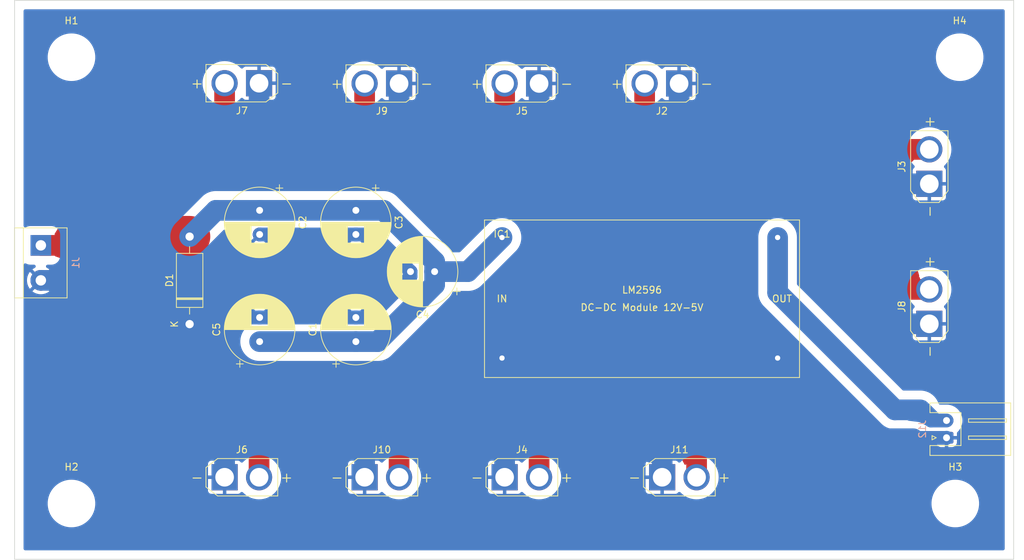
<source format=kicad_pcb>
(kicad_pcb (version 20240108) (generator "pcbnew") (generator_version "8.0")
  (title_block (title "ROV Power Distribution"))
  (layers (0 "F.Cu" signal) (31 "B.Cu" signal) (34 "B.Paste" user) (35 "F.Paste" user) (36 "B.SilkS" user "B.Silkscreen") (37 "F.SilkS" user "F.Silkscreen") (38 "B.Mask" user) (39 "F.Mask" user) (44 "Edge.Cuts" user))
  (net 0 "")
  (net 1 "12V")
  (net 2 "GND")
  (net 3 "Net-(IC1-Pad4)")
  (footprint "Connector_AMASS:AMASS_XT30U-M_1x02_P5.0mm_Vertical" (layer "F.Cu") (at 106.6 67.905 180)
    (property "Reference" "J7" (at 2.5 -4 0) (layer "F.SilkS"))
    (property "Value" "ESC TX30")
    (fp_text user "+" (at 9 0 0) (layer "F.SilkS") (effects (font (size 1.5 1.5))))
    (fp_text user "-" (at -4 0 0) (layer "F.SilkS") (effects (font (size 1.5 1.5))))
    (pad "1" thru_hole rect (at 0 0 180) (size 3.8 3.8) (drill 2.7) (layers "*.Cu" "*.Mask") (net 2 "GND"))
    (pad "2" thru_hole circle (at 5 0 180) (size 3.8 3.8) (drill 2.7) (layers "*.Cu" "*.Mask") (net 1 "12V"))
  )
  (footprint "Connector_AMASS:AMASS_XT30U-M_1x02_P5.0mm_Vertical" (layer "F.Cu") (at 165.1 125.095)
    (property "Reference" "J11" (at 2.5 -4 0) (layer "F.SilkS"))
    (property "Value" "Aux TX30")
    (fp_text user "+" (at 9 0 0) (layer "F.SilkS") (effects (font (size 1.5 1.5))))
    (fp_text user "-" (at -4 0 0) (layer "F.SilkS") (effects (font (size 1.5 1.5))))
    (pad "1" thru_hole rect (at 0 0) (size 3.8 3.8) (drill 2.7) (layers "*.Cu" "*.Mask") (net 2 "GND"))
    (pad "2" thru_hole circle (at 5 0) (size 3.8 3.8) (drill 2.7) (layers "*.Cu" "*.Mask") (net 1 "12V"))
  )
  (footprint "Capacitor_THT:CP_Radial_D10.0mm_P3.50mm" (layer "F.Cu") (at 132.08 95.25 180)
    (property "Reference" "C4" (at 1.75 -6.25 0) (layer "F.SilkS"))
    (property "Value" "470 uF")
    (pad "1" thru_hole rect (at 0 0 180) (size 2 2) (drill 1) (layers "*.Cu" "*.Mask") (net 1 "12V"))
    (pad "2" thru_hole circle (at 3.5 0 180) (size 2 2) (drill 1) (layers "*.Cu" "*.Mask") (net 2 "GND"))
  )
  (footprint "MountingHole:MountingHole_4.3mm_M4" (layer "F.Cu") (at 79.375 128.905)
    (property "Reference" "H2" (at 0 -5.3 0) (layer "F.SilkS"))
    (property "Value" "MountingHole")
    (pad "" np_thru_hole circle (at 0 0) (size 4.3 4.3) (drill 4.3) (layers "*.Cu" "*.Mask"))
  )
  (footprint "ROV_Custom_Footprints:DCDC_Module_2596" (layer "F.Cu") (at 141.859 90.297)
    (property "Reference" "IC1" (at 0 -0.5 0) (layer "F.SilkS"))
    (property "Value" "DCDC_Module_LM2596")
    (fp_text user "OUT" (at 40.64 8.89 0) (layer "F.SilkS"))
    (fp_text user "LM2596" (at 20.32 7.62 0) (layer "F.SilkS"))
    (fp_text user "IN" (at 0 8.89 0) (layer "F.SilkS"))
    (fp_text user "DC-DC Module 12V-5V" (at 20.32 10.16 0) (layer "F.SilkS"))
    (pad "1" thru_hole rect (at 0 0) (size 2 2) (drill 0.762) (layers "*.Cu" "*.Mask") (net 1 "12V"))
    (pad "2" thru_hole rect (at 0 17.5) (size 2 2) (drill 0.762) (layers "*.Cu" "*.Mask") (net 2 "GND"))
    (pad "3" thru_hole rect (at 40 17.5) (size 2 2) (drill 0.762) (layers "*.Cu" "*.Mask") (net 2 "GND"))
    (pad "4" thru_hole rect (at 40 0) (size 2 2) (drill 0.762) (layers "*.Cu" "*.Mask") (net 3 "Net-(IC1-Pad4)"))
  )
  (footprint "MountingHole:MountingHole_4.3mm_M4" (layer "F.Cu") (at 207.645 128.905)
    (property "Reference" "H3" (at 0 -5.3 0) (layer "F.SilkS"))
    (property "Value" "MountingHole")
    (pad "" np_thru_hole circle (at 0 0) (size 4.3 4.3) (drill 4.3) (layers "*.Cu" "*.Mask"))
  )
  (footprint "MountingHole:MountingHole_4.3mm_M4" (layer "F.Cu") (at 79.375 64.135)
    (property "Reference" "H1" (at 0 -5.3 0) (layer "F.SilkS"))
    (property "Value" "MountingHole")
    (pad "" np_thru_hole circle (at 0 0) (size 4.3 4.3) (drill 4.3) (layers "*.Cu" "*.Mask"))
  )
  (footprint "Diode_THT:D_DO-15_P12.70mm_Horizontal" (layer "F.Cu") (at 96.52 102.87 90)
    (property "Reference" "D1" (at 6.35 -2.92 90) (layer "F.SilkS"))
    (property "Value" "P6KEA16A")
    (fp_text user "K" (at 0 -2.2 90) (layer "F.SilkS"))
    (pad "1" thru_hole rect (at 0 0 90) (size 2.4 2.4) (drill 1.2) (layers "*.Cu" "*.Mask") (net 2 "GND"))
    (pad "2" thru_hole oval (at 12.7 0 90) (size 2.4 2.4) (drill 1.2) (layers "*.Cu" "*.Mask") (net 1 "12V"))
  )
  (footprint "Connector_AMASS:AMASS_XT30U-M_1x02_P5.0mm_Vertical" (layer "F.Cu") (at 203.875 102.83 90)
    (property "Reference" "J8" (at 2.5 -4 90) (layer "F.SilkS"))
    (property "Value" "ESC TX30")
    (fp_text user "+" (at 9 0 90) (layer "F.SilkS") (effects (font (size 1.5 1.5))))
    (fp_text user "-" (at -4 0 90) (layer "F.SilkS") (effects (font (size 1.5 1.5))))
    (pad "1" thru_hole rect (at 0 0 90) (size 3.8 3.8) (drill 2.7) (layers "*.Cu" "*.Mask") (net 2 "GND"))
    (pad "2" thru_hole circle (at 5 0 90) (size 3.8 3.8) (drill 2.7) (layers "*.Cu" "*.Mask") (net 1 "12V"))
  )
  (footprint "Capacitor_THT:CP_Radial_D10.0mm_P3.50mm" (layer "F.Cu") (at 120.65 86.36 -90)
    (property "Reference" "C3" (at 1.75 -6.25 90) (layer "F.SilkS"))
    (property "Value" "470 uF")
    (pad "1" thru_hole rect (at 0 0 270) (size 2 2) (drill 1) (layers "*.Cu" "*.Mask") (net 1 "12V"))
    (pad "2" thru_hole circle (at 3.5 0 270) (size 2 2) (drill 1) (layers "*.Cu" "*.Mask") (net 2 "GND"))
  )
  (footprint "MountingHole:MountingHole_4.3mm_M4" (layer "F.Cu") (at 208.28 64.135)
    (property "Reference" "H4" (at 0 -5.3 0) (layer "F.SilkS"))
    (property "Value" "MountingHole")
    (pad "" np_thru_hole circle (at 0 0) (size 4.3 4.3) (drill 4.3) (layers "*.Cu" "*.Mask"))
  )
  (footprint "Connector_AMASS:AMASS_XT30U-M_1x02_P5.0mm_Vertical" (layer "F.Cu") (at 203.875 82.51 90)
    (property "Reference" "J3" (at 2.5 -4 90) (layer "F.SilkS"))
    (property "Value" "ESC TX30")
    (fp_text user "+" (at 9 0 90) (layer "F.SilkS") (effects (font (size 1.5 1.5))))
    (fp_text user "-" (at -4 0 90) (layer "F.SilkS") (effects (font (size 1.5 1.5))))
    (pad "1" thru_hole rect (at 0 0 90) (size 3.8 3.8) (drill 2.7) (layers "*.Cu" "*.Mask") (net 2 "GND"))
    (pad "2" thru_hole circle (at 5 0 90) (size 3.8 3.8) (drill 2.7) (layers "*.Cu" "*.Mask") (net 1 "12V"))
  )
  (footprint "Connector_AMASS:AMASS_XT30U-M_1x02_P5.0mm_Vertical" (layer "F.Cu") (at 142.24 125.095)
    (property "Reference" "J4" (at 2.5 -4 0) (layer "F.SilkS"))
    (property "Value" "ESC TX30")
    (fp_text user "+" (at 9 0 0) (layer "F.SilkS") (effects (font (size 1.5 1.5))))
    (fp_text user "-" (at -4 0 0) (layer "F.SilkS") (effects (font (size 1.5 1.5))))
    (pad "1" thru_hole rect (at 0 0) (size 3.8 3.8) (drill 2.7) (layers "*.Cu" "*.Mask") (net 2 "GND"))
    (pad "2" thru_hole circle (at 5 0) (size 3.8 3.8) (drill 2.7) (layers "*.Cu" "*.Mask") (net 1 "12V"))
  )
  (footprint "Connector_AMASS:AMASS_XT30U-M_1x02_P5.0mm_Vertical" (layer "F.Cu") (at 101.6 125.095)
    (property "Reference" "J6" (at 2.5 -4 0) (layer "F.SilkS"))
    (property "Value" "ESC TX30")
    (fp_text user "-" (at -4 0 0) (layer "F.SilkS") (effects (font (size 1.5 1.5))))
    (fp_text user "+" (at 9 0 0) (layer "F.SilkS") (effects (font (size 1.5 1.5))))
    (pad "1" thru_hole rect (at 0 0) (size 3.8 3.8) (drill 2.7) (layers "*.Cu" "*.Mask") (net 2 "GND"))
    (pad "2" thru_hole circle (at 5 0) (size 3.8 3.8) (drill 2.7) (layers "*.Cu" "*.Mask") (net 1 "12V"))
  )
  (footprint "Connector_JST:JST_XH_S2B-XH-A_1x02_P2.50mm_Horizontal" (layer "F.Cu") (at 206.375 119.36 90)
    (property "Reference" "J12" (at 1.25 -3.5 90) (layer "B.SilkS") (effects (justify mirror)))
    (property "Value" "JST8")
    (pad "1" thru_hole roundrect (at 0 0 90) (size 1.7 2) (drill 1) (layers "*.Cu" "*.Mask") (roundrect_rratio 0.1470588235) (net 2 "GND"))
    (pad "2" thru_hole oval (at 2.5 0 90) (size 1.7 2) (drill 1) (layers "*.Cu" "*.Mask") (net 3 "Net-(IC1-Pad4)"))
  )
  (footprint "Connector_AMASS:AMASS_XT30U-M_1x02_P5.0mm_Vertical" (layer "F.Cu") (at 167.56 67.945 180)
    (property "Reference" "J2" (at 2.5 -4 0) (layer "F.SilkS"))
    (property "Value" "ESC TX30")
    (fp_text user "+" (at 9 0 0) (layer "F.SilkS") (effects (font (size 1.5 1.5))))
    (fp_text user "-" (at -4 0 0) (layer "F.SilkS") (effects (font (size 1.5 1.5))))
    (pad "1" thru_hole rect (at 0 0 180) (size 3.8 3.8) (drill 2.7) (layers "*.Cu" "*.Mask") (net 2 "GND"))
    (pad "2" thru_hole circle (at 5 0 180) (size 3.8 3.8) (drill 2.7) (layers "*.Cu" "*.Mask") (net 1 "12V"))
  )
  (footprint "Capacitor_THT:CP_Radial_D10.0mm_P3.50mm" (layer "F.Cu") (at 106.68 105.41 90)
    (property "Reference" "C5" (at 1.75 -6.25 90) (layer "F.SilkS"))
    (property "Value" "470 uF")
    (pad "1" thru_hole rect (at 0 0 90) (size 2 2) (drill 1) (layers "*.Cu" "*.Mask") (net 1 "12V"))
    (pad "2" thru_hole circle (at 3.5 0 90) (size 2 2) (drill 1) (layers "*.Cu" "*.Mask") (net 2 "GND"))
  )
  (footprint "Capacitor_THT:CP_Radial_D10.0mm_P3.50mm" (layer "F.Cu") (at 106.68 86.36 -90)
    (property "Reference" "C2" (at 1.75 -6.25 90) (layer "F.SilkS"))
    (property "Value" "470 uF")
    (pad "1" thru_hole rect (at 0 0 270) (size 2 2) (drill 1) (layers "*.Cu" "*.Mask") (net 1 "12V"))
    (pad "2" thru_hole circle (at 3.5 0 270) (size 2 2) (drill 1) (layers "*.Cu" "*.Mask") (net 2 "GND"))
  )
  (footprint "Connector_AMASS:AMASS_XT30U-M_1x02_P5.0mm_Vertical" (layer "F.Cu") (at 121.92 125.095)
    (property "Reference" "J10" (at 2.5 -4 0) (layer "F.SilkS"))
    (property "Value" "Aux TX30")
    (fp_text user "+" (at 9 0 0) (layer "F.SilkS") (effects (font (size 1.5 1.5))))
    (fp_text user "-" (at -4 0 0) (layer "F.SilkS") (effects (font (size 1.5 1.5))))
    (pad "1" thru_hole rect (at 0 0) (size 3.8 3.8) (drill 2.7) (layers "*.Cu" "*.Mask") (net 2 "GND"))
    (pad "2" thru_hole circle (at 5 0) (size 3.8 3.8) (drill 2.7) (layers "*.Cu" "*.Mask") (net 1 "12V"))
  )
  (footprint "Connector_AMASS:AMASS_XT30U-M_1x02_P5.0mm_Vertical" (layer "F.Cu") (at 126.92 67.945 180)
    (property "Reference" "J9" (at 2.5 -4 0) (layer "F.SilkS"))
    (property "Value" "ESC TX30")
    (fp_text user "-" (at -4 0 0) (layer "F.SilkS") (effects (font (size 1.5 1.5))))
    (fp_text user "+" (at 9 0 0) (layer "F.SilkS") (effects (font (size 1.5 1.5))))
    (pad "1" thru_hole rect (at 0 0 180) (size 3.8 3.8) (drill 2.7) (layers "*.Cu" "*.Mask") (net 2 "GND"))
    (pad "2" thru_hole circle (at 5 0 180) (size 3.8 3.8) (drill 2.7) (layers "*.Cu" "*.Mask") (net 1 "12V"))
  )
  (footprint "TerminalBlock:TerminalBlock_bornier-2_P5.08mm" (layer "F.Cu") (at 74.93 91.44 -90)
    (property "Reference" "J1" (at 2.54 -5.08 90) (layer "B.SilkS") (effects (justify mirror)))
    (property "Value" "Tether Anderson Powerpole")
    (pad "1" thru_hole rect (at 0 0 270) (size 3 3) (drill 1.52) (layers "*.Cu" "*.Mask") (net 1 "12V"))
    (pad "2" thru_hole circle (at 5.08 0 270) (size 3 3) (drill 1.52) (layers "*.Cu" "*.Mask") (net 2 "GND"))
  )
  (footprint "Connector_AMASS:AMASS_XT30U-M_1x02_P5.0mm_Vertical" (layer "F.Cu") (at 147.24 67.945 180)
    (property "Reference" "J5" (at 2.5 -4 0) (layer "F.SilkS"))
    (property "Value" "ESC TX30")
    (fp_text user "+" (at 9 0 0) (layer "F.SilkS") (effects (font (size 1.5 1.5))))
    (fp_text user "-" (at -4 0 0) (layer "F.SilkS") (effects (font (size 1.5 1.5))))
    (pad "1" thru_hole rect (at 0 0 180) (size 3.8 3.8) (drill 2.7) (layers "*.Cu" "*.Mask") (net 2 "GND"))
    (pad "2" thru_hole circle (at 5 0 180) (size 3.8 3.8) (drill 2.7) (layers "*.Cu" "*.Mask") (net 1 "12V"))
  )
  (footprint "Capacitor_THT:CP_Radial_D10.0mm_P3.50mm" (layer "F.Cu") (at 120.65 105.41 90)
    (property "Reference" "C1" (at 1.75 -6.25 90) (layer "F.SilkS"))
    (property "Value" "470 uF")
    (pad "1" thru_hole rect (at 0 0 90) (size 2 2) (drill 1) (layers "*.Cu" "*.Mask") (net 1 "12V"))
    (pad "2" thru_hole circle (at 3.5 0 90) (size 2 2) (drill 1) (layers "*.Cu" "*.Mask") (net 2 "GND"))
  )
  (gr_rect (start 71.12 55.88) (end 216.12 137) (stroke (width 0.1)) (fill none) (layer "Edge.Cuts"))
  (segment (start 121.92 116.84) (end 129.54 116.84) (width 10) (layer "F.Cu") (net 1))
  (segment (start 126.92 119.46) (end 129.54 116.84) (width 3) (layer "F.Cu") (net 1))
  (segment (start 101.6 67.905) (end 101.6 76.2) (width 3) (layer "F.Cu") (net 1))
  (segment (start 147.24 125.095) (end 147.24 117.555) (width 3) (layer "F.Cu") (net 1))
  (segment (start 87.63 82.55) (end 87.63 90.805) (width 10) (layer "F.Cu") (net 1))
  (segment (start 80.645 90.805) (end 80.01 91.44) (width 3) (layer "F.Cu") (net 1))
  (segment (start 80.01 91.44) (end 74.93 91.44) (width 3) (layer "F.Cu") (net 1))
  (segment (start 198.795 94.02) (end 196.215 91.44) (width 3) (layer "F.Cu") (net 1))
  (segment (start 162.56 75.565) (end 163.195 76.2) (width 3) (layer "F.Cu") (net 1))
  (segment (start 86.995 91.44) (end 87.63 90.805) (width 6) (layer "F.Cu") (net 1))
  (segment (start 142.24 67.945) (end 142.24 75.565) (width 3) (layer "F.Cu") (net 1))
  (segment (start 186.3725 81.5975) (end 180.975 76.2) (width 10) (layer "F.Cu") (net 1))
  (segment (start 180.975 76.2) (end 163.195 76.2) (width 10) (layer "F.Cu") (net 1))
  (segment (start 147.24 117.555) (end 147.955 116.84) (width 3) (layer "F.Cu") (net 1))
  (segment (start 126.92 125.095) (end 126.92 119.46) (width 3) (layer "F.Cu") (net 1))
  (segment (start 95.25 116.84) (end 102.87 116.84) (width 10) (layer "F.Cu") (net 1))
  (segment (start 106.6 125.095) (end 106.6 118.19) (width 3) (layer "F.Cu") (net 1))
  (segment (start 142.24 75.565) (end 142.875 76.2) (width 3) (layer "F.Cu") (net 1))
  (segment (start 142.875 76.2) (end 122.555 76.2) (width 10) (layer "F.Cu") (net 1))
  (segment (start 196.215 91.44) (end 186.3725 81.5975) (width 10) (layer "F.Cu") (net 1))
  (segment (start 87.63 90.805) (end 80.645 90.805) (width 6) (layer "F.Cu") (net 1))
  (segment (start 170.1 120.57) (end 168.91 119.38) (width 3) (layer "F.Cu") (net 1))
  (segment (start 200.62 77.51) (end 203.875 77.51) (width 3) (layer "F.Cu") (net 1))
  (segment (start 87.63 90.805) (end 87.63 103.505) (width 10) (layer "F.Cu") (net 1))
  (segment (start 101.6 76.2) (end 93.98 76.2) (width 10) (layer "F.Cu") (net 1))
  (segment (start 129.54 116.84) (end 142.24 116.84) (width 10) (layer "F.Cu") (net 1))
  (segment (start 198.795 97.83) (end 198.795 94.02) (width 3) (layer "F.Cu") (net 1))
  (segment (start 122.555 76.2) (end 101.6 76.2) (width 10) (layer "F.Cu") (net 1))
  (segment (start 106.6 118.19) (end 107.95 116.84) (width 3) (layer "F.Cu") (net 1))
  (segment (start 107.95 116.84) (end 121.92 116.84) (width 10) (layer "F.Cu") (net 1))
  (segment (start 93.98 76.2) (end 87.63 82.55) (width 10) (layer "F.Cu") (net 1))
  (segment (start 87.63 109.22) (end 95.25 116.84) (width 10) (layer "F.Cu") (net 1))
  (segment (start 142.28 116.88) (end 142.24 116.84) (width 3) (layer "F.Cu") (net 1))
  (segment (start 147.955 116.84) (end 161.29 116.84) (width 10) (layer "F.Cu") (net 1))
  (segment (start 170.1 125.095) (end 170.1 120.57) (width 3) (layer "F.Cu") (net 1))
  (segment (start 168.91 119.38) (end 163.83 119.38) (width 3) (layer "F.Cu") (net 1))
  (segment (start 162.56 67.945) (end 162.56 75.565) (width 3) (layer "F.Cu") (net 1))
  (segment (start 198.12 80.01) (end 200.62 77.51) (width 3) (layer "F.Cu") (net 1))
  (segment (start 163.83 119.38) (end 161.29 116.84) (width 3) (layer "F.Cu") (net 1))
  (segment (start 142.24 116.84) (end 147.955 116.84) (width 10) (layer "F.Cu") (net 1))
  (segment (start 96.52 90.17) (end 88.265 90.17) (width 6) (layer "F.Cu") (net 1))
  (segment (start 88.265 90.17) (end 87.63 90.805) (width 6) (layer "F.Cu") (net 1))
  (segment (start 203.875 97.83) (end 198.795 97.83) (width 3) (layer "F.Cu") (net 1))
  (segment (start 121.92 75.565) (end 122.555 76.2) (width 3) (layer "F.Cu") (net 1))
  (segment (start 121.92 67.945) (end 121.92 75.565) (width 3) (layer "F.Cu") (net 1))
  (segment (start 163.195 76.2) (end 142.875 76.2) (width 10) (layer "F.Cu") (net 1))
  (segment (start 87.63 103.505) (end 87.63 109.22) (width 10) (layer "F.Cu") (net 1))
  (segment (start 121.96 116.88) (end 121.92 116.84) (width 3) (layer "F.Cu") (net 1))
  (segment (start 102.87 116.84) (end 107.95 116.84) (width 10) (layer "F.Cu") (net 1))
  (segment (start 101.64 118.07) (end 102.87 116.84) (width 3) (layer "F.Cu") (net 1))
  (segment (start 186.3725 81.5975) (end 196.5325 81.5975) (width 6) (layer "F.Cu") (net 1))
  (segment (start 120.65 86.36) (end 124.65 86.36) (width 3) (layer "B.Cu") (net 1))
  (segment (start 132.08 97.155) (end 132.08 95.25) (width 3) (layer "B.Cu") (net 1))
  (segment (start 123.825 105.41) (end 132.08 97.155) (width 3) (layer "B.Cu") (net 1))
  (segment (start 100.33 86.36) (end 106.68 86.36) (width 3) (layer "B.Cu") (net 1))
  (segment (start 132.08 95.25) (end 136.906 95.25) (width 3) (layer "B.Cu") (net 1))
  (segment (start 124.65 86.36) (end 132.08 93.79) (width 3) (layer "B.Cu") (net 1))
  (segment (start 132.08 93.79) (end 132.08 95.25) (width 3) (layer "B.Cu") (net 1))
  (segment (start 96.52 90.17) (end 100.33 86.36) (width 3) (layer "B.Cu") (net 1))
  (segment (start 136.906 95.25) (end 141.859 90.297) (width 3) (layer "B.Cu") (net 1))
  (segment (start 120.65 105.41) (end 106.68 105.41) (width 3) (layer "B.Cu") (net 1))
  (segment (start 120.65 105.41) (end 123.825 105.41) (width 3) (layer "B.Cu") (net 1))
  (segment (start 106.68 86.36) (end 120.65 86.36) (width 3) (layer "B.Cu") (net 1))
  (segment (start 140.335 116.84) (end 123.19 116.84) (width 10) (layer "B.Cu") (net 2))
  (segment (start 126.92 67.945) (end 126.92 76.12) (width 3) (layer "B.Cu") (net 2))
  (segment (start 101.6 125.095) (end 101.6 118.11) (width 3) (layer "B.Cu") (net 2))
  (segment (start 142.24 125.095) (end 142.24 118.745) (width 3) (layer "B.Cu") (net 2))
  (segment (start 123.627 90.297) (end 128.58 95.25) (width 2) (layer "B.Cu") (net 2))
  (segment (start 181.859 107.797) (end 184.886 107.797) (width 3) (layer "B.Cu") (net 2))
  (segment (start 141.859 107.797) (end 141.859 115.316) (width 6) (layer "B.Cu") (net 2))
  (segment (start 172.816 116.84) (end 181.859 107.797) (width 6) (layer "B.Cu") (net 2))
  (segment (start 106.68 89.86) (end 120.65 89.86) (width 2) (layer "B.Cu") (net 2))
  (segment (start 203.875 102.83) (end 199.223 102.83) (width 3) (layer "B.Cu") (net 2))
  (segment (start 190.4365 86.2965) (end 194.183 90.043) (width 10) (layer "B.Cu") (net 2))
  (segment (start 199.223 102.83) (end 195.199 98.806) (width 3) (layer "B.Cu") (net 2))
  (segment (start 123.444 90.297) (end 123.627 90.297) (width 2) (layer "B.Cu") (net 2))
  (segment (start 97.48 101.91) (end 96.52 102.87) (width 2) (layer "B.Cu") (net 2))
  (segment (start 122.626 101.91) (end 120.65 101.91) (width 2) (layer "B.Cu") (net 2))
  (segment (start 195.199 90.932) (end 195.199 98.806) (width 10) (layer "B.Cu") (net 2))
  (segment (start 206.375 119.36) (end 206.355 119.38) (width 2) (layer "B.Cu") (net 2))
  (segment (start 95.25 116.84) (end 87.63 109.22) (width 10) (layer "B.Cu") (net 2))
  (segment (start 206.355 119.38) (end 202.565 119.38) (width 2) (layer "B.Cu") (net 2))
  (segment (start 195.199 98.806) (end 195.199 99.187) (width 6) (layer "B.Cu") (net 2))
  (segment (start 141.859 115.316) (end 140.335 116.84) (width 6) (layer "B.Cu") (net 2))
  (segment (start 87.63 102.87) (end 87.63 109.22) (width 10) (layer "B.Cu") (net 2))
  (segment (start 106.68 101.91) (end 97.48 101.91) (width 2) (layer "B.Cu") (net 2))
  (segment (start 123.007 89.86) (end 123.444 90.297) (width 2) (layer "B.Cu") (net 2))
  (segment (start 147.32 76.2) (end 127 76.2) (width 10) (layer "B.Cu") (net 2))
  (segment (start 87.63 96.52) (end 87.63 102.87) (width 10) (layer "B.Cu") (net 2))
  (segment (start 106.6 76.12) (end 106.68 76.2) (width 3) (layer "B.Cu") (net 2))
  (segment (start 120.65 89.86) (end 123.007 89.86) (width 2) (layer "B.Cu") (net 2))
  (segment (start 196.596 119.507) (end 201.549 119.507) (width 3) (layer "B.Cu") (net 2))
  (segment (start 147.24 76.12) (end 147.32 76.2) (width 3) (layer "B.Cu") (net 2))
  (segment (start 106.6 67.905) (end 106.6 76.12) (width 3) (layer "B.Cu") (net 2))
  (segment (start 167.56 76.12) (end 167.64 76.2) (width 3) (layer "B.Cu") (net 2))
  (segment (start 102.87 116.84) (end 95.25 116.84) (width 10) (layer "B.Cu") (net 2))
  (segment (start 184.886 107.797) (end 196.596 119.507) (width 3) (layer "B.Cu") (net 2))
  (segment (start 96.52 102.87) (end 87.63 102.87) (width 6) (layer "B.Cu") (net 2))
  (segment (start 121.92 125.095) (end 121.92 118.11) (width 3) (layer "B.Cu") (net 2))
  (segment (start 128.58 95.25) (end 128.58 95.956) (width 2) (layer "B.Cu") (net 2))
  (segment (start 203.875 82.51) (end 194.223 82.51) (width 3) (layer "B.Cu") (net 2))
  (segment (start 160.655 116.84) (end 172.816 116.84) (width 6) (layer "B.Cu") (net 2))
  (segment (start 147.24 67.945) (end 147.24 76.12) (width 3) (layer "B.Cu") (net 2))
  (segment (start 87.63 82.55) (end 87.63 96.52) (width 10) (layer "B.Cu") (net 2))
  (segment (start 165.1 125.095) (end 165.1 121.285) (width 3) (layer "B.Cu") (net 2))
  (segment (start 194.31 90.043) (end 195.199 90.932) (width 10) (layer "B.Cu") (net 2))
  (segment (start 160.655 116.84) (end 163.83 120.015) (width 6) (layer "B.Cu") (net 2))
  (segment (start 160.655 116.84) (end 140.335 116.84) (width 10) (layer "B.Cu") (net 2))
  (segment (start 120.65 101.91) (end 106.68 101.91) (width 2) (layer "B.Cu") (net 2))
  (segment (start 123.19 116.84) (end 102.87 116.84) (width 10) (layer "B.Cu") (net 2))
  (segment (start 126.92 76.12) (end 127 76.2) (width 3) (layer "B.Cu") (net 2))
  (segment (start 180.34 76.2) (end 167.64 76.2) (width 10) (layer "B.Cu") (net 2))
  (segment (start 93.98 76.2) (end 87.63 82.55) (width 10) (layer "B.Cu") (net 2))
  (segment (start 194.183 90.043) (end 194.31 90.043) (width 10) (layer "B.Cu") (net 2))
  (segment (start 186.69 82.55) (end 180.34 76.2) (width 10) (layer "B.Cu") (net 2))
  (segment (start 190.4365 86.2965) (end 192.8495 86.2965) (width 6) (layer "B.Cu") (net 2))
  (segment (start 74.93 96.52) (end 87.63 96.52) (width 3) (layer "B.Cu") (net 2))
  (segment (start 194.223 82.51) (end 190.4365 86.2965) (width 3) (layer "B.Cu") (net 2))
  (segment (start 186.69 82.55) (end 190.4365 86.2965) (width 10) (layer "B.Cu") (net 2))
  (segment (start 127 76.2) (end 106.68 76.2) (width 10) (layer "B.Cu") (net 2))
  (segment (start 167.56 67.945) (end 167.56 76.12) (width 3) (layer "B.Cu") (net 2))
  (segment (start 167.64 76.2) (end 147.32 76.2) (width 10) (layer "B.Cu") (net 2))
  (segment (start 106.68 76.2) (end 93.98 76.2) (width 10) (layer "B.Cu") (net 2))
  (segment (start 128.58 95.956) (end 122.626 101.91) (width 2) (layer "B.Cu") (net 2))
  (segment (start 204.109 116.86) (end 202.565 115.316) (width 2) (layer "B.Cu") (net 3))
  (segment (start 198.882 115.316) (end 202.565 115.316) (width 3) (layer "B.Cu") (net 3))
  (segment (start 181.859 98.293) (end 198.882 115.316) (width 3) (layer "B.Cu") (net 3))
  (segment (start 181.859 90.297) (end 181.859 98.293) (width 3) (layer "B.Cu") (net 3))
  (segment (start 206.375 116.86) (end 204.109 116.86) (width 2) (layer "B.Cu") (net 3))
  (zone (net 1) (net_name "12V") (layer "F.Cu") (connect_pads (clearance 1)) (min_thickness 0.254) (fill yes (thermal_gap 0.508) (thermal_bridge_width 0.508))
    (polygon (pts (xy 201.676 78.994) (xy 200.406 80.264) (xy 199.771 81.915) (xy 197.470119 85.628344) (xy 190.373 78.613) (xy 196.977 77.597) (xy 200.025 76.073)))
  )
  (zone (net 1) (net_name "12V") (layer "F.Cu") (connect_pads (clearance 1)) (min_thickness 0.254) (fill yes (thermal_gap 0.508) (thermal_bridge_width 0.508))
    (polygon (pts (xy 202.565 96.393) (xy 200.279 96.393) (xy 200.152 93.726) (xy 201.168 91.44)))
  )
  (zone (net 1) (net_name "12V") (layer "F.Cu") (connect_pads (clearance 1)) (min_thickness 0.254) (fill yes (thermal_gap 0.508) (thermal_bridge_width 0.508))
    (polygon (pts (xy 165.354 112.776) (xy 168.148 115.443) (xy 171.196 119.507) (xy 166.116 118.11) (xy 162.179 111.887)))
  )
  (zone (net 1) (net_name "12V") (layer "F.Cu") (connect_pads no (clearance 0.1)) (min_thickness 0.254) (fill yes (thermal_gap 0.508) (thermal_bridge_width 0.508))
    (polygon (pts (xy 80.391 93.853) (xy 78.232 93.472) (xy 76.835 92.964) (xy 76.835 89.916) (xy 77.47 88.9) (xy 78.486 88.138) (xy 80.391 87.757)))
  )
  (zone (net 1) (net_name "12V") (layer "F.Cu") (connect_pads (clearance 1)) (min_thickness 0.254) (fill yes (thermal_gap 0.508) (thermal_bridge_width 0.508))
    (polygon (pts (xy 168.402 120.523) (xy 168.656 120.904) (xy 168.656 123.825) (xy 167.513 121.666) (xy 165.481 121.412) (xy 161.925 121.793) (xy 164.084 120.396)))
  )
  (zone (net 1) (net_name "12V") (layer "F.Cu") (connect_pads (clearance 1)) (min_thickness 0.254) (fill yes (thermal_gap 0.508) (thermal_bridge_width 0.508))
    (polygon (pts (xy 198.247 95.25) (xy 198.12 99.187) (xy 192.913 95.123) (xy 192.786 94.996)))
  )
  (zone (net 2) (net_name "GND") (layer "B.Cu") (connect_pads no (clearance 0.5)) (min_thickness 0.254) (fill yes (thermal_gap 0.508) (thermal_bridge_width 0.508))
    (polygon (pts (xy 201.93 101.727) (xy 201.93 103.886) (xy 201.422 104.521) (xy 199.263 105.283) (xy 197.358 105.156) (xy 192.151 102.743) (xy 191.77 102.362) (xy 200.152 99.187)))
  )
  (zone (net 2) (net_name "GND") (layer "B.Cu") (connect_pads thru_hole_only (clearance 1.3)) (min_thickness 0.5) (fill yes (thermal_gap 0.508) (thermal_bridge_width 0.508) (smoothing chamfer) (radius 0.2))
    (polygon (pts (xy 215.9 137.16) (xy 71.12 137.16) (xy 71.12 55.88) (xy 215.9 55.88)))
  )
  (zone (net 3) (net_name "Net-(IC1-Pad4)") (layer "B.Cu") (connect_pads no (clearance 0.5)) (min_thickness 0.5) (fill yes (thermal_gap 0.508) (thermal_bridge_width 0.508) (smoothing chamfer) (radius 0.2))
    (polygon (pts (xy 203.835 114.427) (xy 205.359 115.951) (xy 203.708 117.729) (xy 202.438 117.094) (xy 200.406 116.84) (xy 203.073 113.919) (xy 203.2 113.919)))
  )
)
</source>
